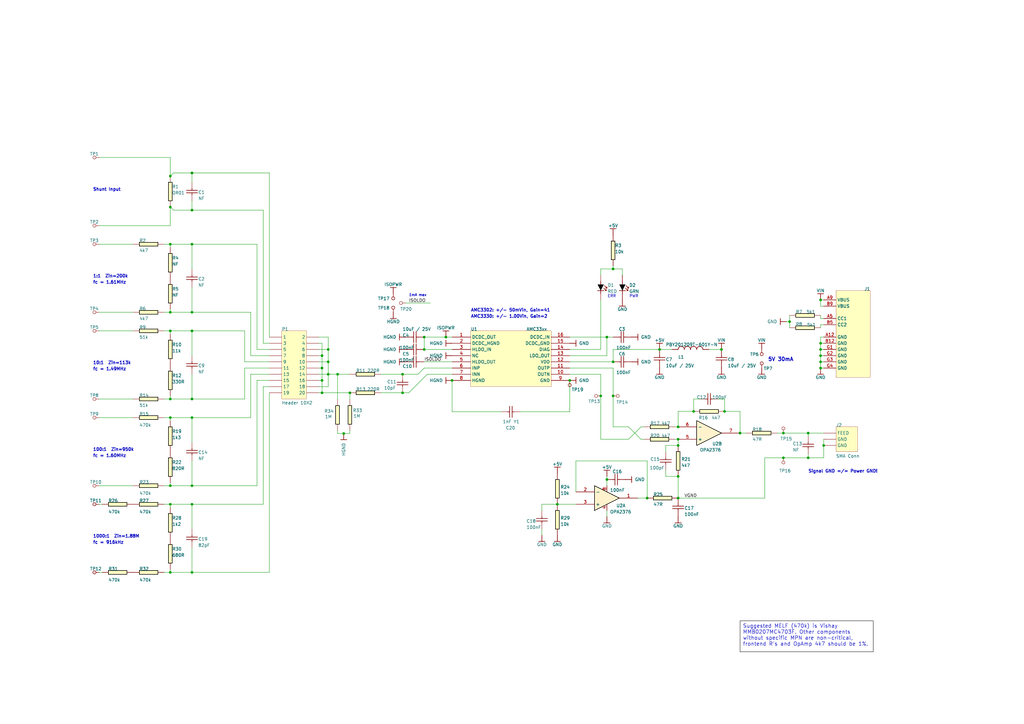
<source format=kicad_sch>
(kicad_sch (version 20231120) (generator "eeschema") (generator_version "8.0")
  (paper "A3")
  (title_block (title "Isolated Differential Probe") (rev "B"))
  (junction (at 78.74 206.8322))
  (junction (at 78.74 163.6522))
  (junction (at 321.31 177.6222))
  (junction (at 69.85 163.6522))
  (junction (at 138.454 153.4922))
  (junction (at 284.48 168.7322))
  (junction (at 143.51 161.1122))
  (junction (at 69.85 135.7122))
  (junction (at 182.88 138.2522))
  (junction (at 278.13 180.1622))
  (junction (at 246.38 162.3822))
  (junction (at 78.74 70.9422))
  (junction (at 69.85 100.1522))
  (junction (at 251.46 148.4122))
  (junction (at 78.74 171.2722))
  (junction (at 140.97 177.8))
  (junction (at 278.13 204.2922))
  (junction (at 132.08 145.8722))
  (junction (at 303.53 177.6222))
  (junction (at 336.55 143.3322))
  (junction (at 233.68 156.0322))
  (junction (at 173.99 138.2522))
  (junction (at 331.47 177.6222))
  (junction (at 228.6 206.8322))
  (junction (at 69.85 171.2722))
  (junction (at 331.47 187.7822))
  (junction (at 69.85 199.2122))
  (junction (at 165.1 153.4922))
  (junction (at 323.85 131.9022))
  (junction (at 336.55 150.9522))
  (junction (at 78.74 128.0922))
  (junction (at 78.74 234.7722))
  (junction (at 278.13 195.4022))
  (junction (at 132.08 156.0322))
  (junction (at 336.55 148.4122))
  (junction (at 173.99 143.3322))
  (junction (at 134.62 143.3322))
  (junction (at 69.85 84.9122))
  (junction (at 336.55 145.8722))
  (junction (at 278.13 182.7022))
  (junction (at 78.74 135.7122))
  (junction (at 134.62 148.4122))
  (junction (at 78.74 86.1822))
  (junction (at 165.1 161.1122))
  (junction (at 251.46 162.3822))
  (junction (at 295.91 143.3322))
  (junction (at 69.85 72.2122))
  (junction (at 78.74 199.2122))
  (junction (at 337.82 182.7022))
  (junction (at 336.55 123.0122))
  (junction (at 69.85 206.8322))
  (junction (at 248.92 196.6722))
  (junction (at 132.08 161.1122))
  (junction (at 265.43 204.2922))
  (junction (at 336.55 140.7922))
  (junction (at 185.42 156.0322))
  (junction (at 69.85 234.7722))
  (junction (at 132.08 150.9522))
  (junction (at 69.85 128.0922))
  (junction (at 134.62 153.4922))
  (junction (at 78.74 100.1522))
  (junction (at 321.31 187.7822))
  (junction (at 297.18 168.7322))
  (junction (at 248.92 138.2522))
  (junction (at 251.46 110.3122))
  (junction (at 278.13 175.0822))
  (junction (at 270.51 143.3322))
  (wire (pts (xy 78.74 74.7522) (xy 78.74 70.9422)))
  (wire (pts (xy 132.08 161.1122) (xy 130.81 161.1122)))
  (wire (pts (xy 303.53 168.7322) (xy 303.53 177.6222)))
  (wire (pts (xy 102.87 128.0922) (xy 102.87 145.8722)))
  (wire (pts (xy 105.41 143.3322) (xy 105.41 100.1522)))
  (wire (pts (xy 69.85 199.2122) (xy 69.85 197.9422)))
  (wire (pts (xy 140.97 177.8) (xy 143.51 177.8)))
  (wire (pts (xy 78.74 82.3722) (xy 78.74 86.1822)))
  (wire (pts (xy 54.61 163.6522) (xy 40.64 163.6522)))
  (wire (pts (xy 40.64 100.1522) (xy 54.61 100.1522)))
  (wire (pts (xy 337.82 138.2522) (xy 336.55 138.2522)))
  (wire (pts (xy 134.62 153.4922) (xy 130.81 153.4922)))
  (wire (pts (xy 246.38 180.1622) (xy 246.38 162.3822)))
  (wire (pts (xy 165.1 161.1122) (xy 156.21 161.1122)))
  (wire (pts (xy 337.82 123.0122) (xy 336.55 123.0122)))
  (wire (pts (xy 262.89 180.1622) (xy 257.81 175.0822)))
  (wire (pts (xy 134.62 153.4922) (xy 134.62 158.5722)))
  (wire (pts (xy 175.26 153.4922) (xy 167.64 161.1122)))
  (wire (pts (xy 69.85 101.4222) (xy 69.85 100.1522)))
  (wire (pts (xy 336.55 130.6322) (xy 336.55 129.3622)))
  (wire (pts (xy 246.38 123.0122) (xy 246.38 143.3322)))
  (wire (pts (xy 185.42 150.9522) (xy 173.99 150.9522)))
  (wire (pts (xy 69.85 171.2722) (xy 78.74 171.2722)))
  (wire (pts (xy 105.41 100.1522) (xy 78.74 100.1522)))
  (wire (pts (xy 40.64 199.2122) (xy 54.61 199.2122)))
  (wire (pts (xy 323.85 129.3622) (xy 323.85 131.9022)))
  (wire (pts (xy 130.81 138.2522) (xy 134.62 138.2522)))
  (wire (pts (xy 248.92 138.2522) (xy 251.46 138.2522)))
  (wire (pts (xy 40.64 64.5922) (xy 69.85 64.5922)))
  (wire (pts (xy 297.18 163.6522) (xy 297.18 168.7322)))
  (wire (pts (xy 337.82 148.4122) (xy 336.55 148.4122)))
  (wire (pts (xy 222.25 206.8322) (xy 228.6 206.8322)))
  (wire (pts (xy 248.92 211.9122) (xy 248.92 209.3722)))
  (wire (pts (xy 236.22 189.0522) (xy 265.43 189.0522)))
  (wire (pts (xy 251.46 110.3122) (xy 246.38 110.3122)))
  (wire (pts (xy 40.64 135.7122) (xy 54.61 135.7122)))
  (wire (pts (xy 331.47 187.7822) (xy 321.31 187.7822)))
  (wire (pts (xy 110.49 140.7922) (xy 107.95 140.7922)))
  (wire (pts (xy 78.74 153.4922) (xy 78.74 163.6522)))
  (wire (pts (xy 130.81 140.7922) (xy 132.08 140.7922)))
  (wire (pts (xy 222.25 219.5322) (xy 222.25 216.9922)))
  (wire (pts (xy 336.55 143.3322) (xy 337.82 143.3322)))
  (wire (pts (xy 323.85 131.9022) (xy 323.85 134.4422)))
  (wire (pts (xy 134.62 153.4922) (xy 138.454 153.4922)))
  (wire (pts (xy 278.13 204.2922) (xy 278.13 195.4022)))
  (wire (pts (xy 69.85 234.7722) (xy 67.31 234.7722)))
  (wire (pts (xy 273.05 185.2422) (xy 273.05 182.7022)))
  (wire (pts (xy 105.41 156.0322) (xy 105.41 199.2122)))
  (wire (pts (xy 337.82 182.7022) (xy 337.82 187.7822)))
  (wire (pts (xy 132.08 156.0322) (xy 132.08 161.1122)))
  (wire (pts (xy 67.31 171.2722) (xy 69.85 171.2722)))
  (wire (pts (xy 134.62 148.4122) (xy 130.81 148.4122)))
  (wire (pts (xy 78.74 70.9422) (xy 71.12 70.9422)))
  (wire (pts (xy 265.43 204.2922) (xy 261.62 204.2922)))
  (wire (pts (xy 138.43 176.53) (xy 138.43 177.8)))
  (wire (pts (xy 262.89 175.0822) (xy 257.81 180.1622)))
  (wire (pts (xy 78.74 189.0522) (xy 78.74 199.2122)))
  (wire (pts (xy 257.81 180.1622) (xy 246.38 180.1622)))
  (wire (pts (xy 182.88 138.2522) (xy 173.99 138.2522)))
  (wire (pts (xy 132.08 145.8722) (xy 132.08 150.9522)))
  (wire (pts (xy 337.82 180.1622) (xy 337.82 182.7022)))
  (wire (pts (xy 132.08 150.9522) (xy 130.81 150.9522)))
  (wire (pts (xy 67.31 135.7122) (xy 69.85 135.7122)))
  (wire (pts (xy 255.27 110.3122) (xy 251.46 110.3122)))
  (wire (pts (xy 69.85 135.7122) (xy 78.74 135.7122)))
  (wire (pts (xy 171.45 153.4922) (xy 165.1 153.4922)))
  (wire (pts (xy 264.16 180.1622) (xy 262.89 180.1622)))
  (wire (pts (xy 100.33 148.4122) (xy 100.33 135.7122)))
  (wire (pts (xy 337.82 187.7822) (xy 331.47 187.7822)))
  (wire (pts (xy 100.33 150.9522) (xy 110.49 150.9522)))
  (wire (pts (xy 69.85 199.2122) (xy 67.31 199.2122)))
  (wire (pts (xy 110.49 148.4122) (xy 100.33 148.4122)))
  (wire (pts (xy 69.85 128.0922) (xy 69.85 126.8222)))
  (wire (pts (xy 78.74 171.2722) (xy 78.74 181.4322)))
  (wire (pts (xy 273.05 192.8622) (xy 273.05 195.4022)))
  (wire (pts (xy 251.46 162.3822) (xy 251.46 150.9522)))
  (wire (pts (xy 69.85 92.5322) (xy 69.85 84.9122)))
  (wire (pts (xy 69.85 234.7722) (xy 69.85 233.5022)))
  (wire (pts (xy 102.87 171.2722) (xy 78.74 171.2722)))
  (wire (pts (xy 236.22 206.8322) (xy 228.6 206.8322)))
  (wire (pts (xy 40.64 171.2722) (xy 54.61 171.2722)))
  (wire (pts (xy 185.42 156.0322) (xy 185.42 168.91)))
  (wire (pts (xy 107.95 86.1822) (xy 78.74 86.1822)))
  (wire (pts (xy 132.08 140.7922) (xy 132.08 145.8722)))
  (wire (pts (xy 321.31 187.7822) (xy 313.69 187.7822)))
  (wire (pts (xy 78.74 206.8322) (xy 78.74 216.9922)))
  (wire (pts (xy 102.87 153.4922) (xy 102.87 171.2722)))
  (wire (pts (xy 69.85 64.5922) (xy 69.85 72.2122)))
  (wire (pts (xy 246.38 110.3122) (xy 246.38 112.8522)))
  (wire (pts (xy 278.13 180.1622) (xy 278.13 182.7022)))
  (wire (pts (xy 337.82 125.5522) (xy 336.55 125.5522)))
  (wire (pts (xy 40.64 234.7722) (xy 41.91 234.7722)))
  (wire (pts (xy 337.82 130.6322) (xy 336.55 130.6322)))
  (wire (pts (xy 110.49 153.4922) (xy 102.87 153.4922)))
  (wire (pts (xy 110.49 138.2522) (xy 110.49 70.9422)))
  (wire (pts (xy 134.62 138.2522) (xy 134.62 143.3322)))
  (wire (pts (xy 248.92 199.2122) (xy 248.92 196.6722)))
  (wire (pts (xy 132.08 150.9522) (xy 132.08 156.0322)))
  (wire (pts (xy 331.47 186.5122) (xy 331.47 187.7822)))
  (wire (pts (xy 290.83 143.3322) (xy 295.91 143.3322)))
  (wire (pts (xy 132.08 156.0322) (xy 130.81 156.0322)))
  (wire (pts (xy 336.55 125.5522) (xy 336.55 123.0122)))
  (wire (pts (xy 251.46 143.3322) (xy 251.46 148.4122)))
  (wire (pts (xy 222.25 209.3722) (xy 222.25 206.8322)))
  (wire (pts (xy 336.55 140.7922) (xy 336.55 143.3322)))
  (wire (pts (xy 337.82 140.7922) (xy 336.55 140.7922)))
  (wire (pts (xy 297.18 168.7322) (xy 303.53 168.7322)))
  (wire (pts (xy 251.46 175.0822) (xy 251.46 162.3822)))
  (wire (pts (xy 78.74 163.6522) (xy 100.33 163.6522)))
  (wire (pts (xy 132.08 145.8722) (xy 130.81 145.8722)))
  (wire (pts (xy 71.12 86.1822) (xy 69.85 84.9122)))
  (wire (pts (xy 40.64 92.5322) (xy 69.85 92.5322)))
  (wire (pts (xy 185.42 148.4122) (xy 173.99 148.4122)))
  (wire (pts (xy 69.85 100.1522) (xy 78.74 100.1522)))
  (wire (pts (xy 251.46 110.3122) (xy 251.46 109.0422)))
  (wire (pts (xy 78.74 199.2122) (xy 69.85 199.2122)))
  (wire (pts (xy 100.33 163.6522) (xy 100.33 150.9522)))
  (wire (pts (xy 270.51 143.3322) (xy 251.46 143.3322)))
  (wire (pts (xy 336.55 133.1722) (xy 336.55 134.4422)))
  (wire (pts (xy 105.41 199.2122) (xy 78.74 199.2122)))
  (wire (pts (xy 69.85 163.6522) (xy 69.85 162.3822)))
  (wire (pts (xy 134.62 143.3322) (xy 134.62 148.4122)))
  (wire (pts (xy 138.43 177.8) (xy 140.97 177.8)))
  (wire (pts (xy 331.47 178.8922) (xy 331.47 177.6222)))
  (wire (pts (xy 284.48 163.6522) (xy 284.48 168.7322)))
  (wire (pts (xy 78.74 224.6122) (xy 78.74 234.7722)))
  (wire (pts (xy 110.49 234.7722) (xy 110.49 161.1122)))
  (wire (pts (xy 69.85 163.6522) (xy 67.31 163.6522)))
  (wire (pts (xy 248.92 138.2522) (xy 248.92 145.8722)))
  (wire (pts (xy 336.55 145.8722) (xy 336.55 148.4122)))
  (wire (pts (xy 54.61 128.0922) (xy 40.64 128.0922)))
  (wire (pts (xy 78.74 234.7722) (xy 110.49 234.7722)))
  (wire (pts (xy 107.95 206.8322) (xy 78.74 206.8322)))
  (wire (pts (xy 318.77 177.6222) (xy 321.31 177.6222)))
  (wire (pts (xy 313.69 204.2922) (xy 278.13 204.2922)))
  (wire (pts (xy 336.55 148.4122) (xy 336.55 150.9522)))
  (wire (pts (xy 173.99 143.3322) (xy 185.42 143.3322)))
  (wire (pts (xy 78.74 163.6522) (xy 69.85 163.6522)))
  (wire (pts (xy 313.69 187.7822) (xy 313.69 204.2922)))
  (wire (pts (xy 185.42 168.91) (xy 205.74 168.91)))
  (wire (pts (xy 173.99 143.3322) (xy 173.99 138.2522)))
  (wire (pts (xy 78.74 128.0922) (xy 102.87 128.0922)))
  (wire (pts (xy 67.31 206.8322) (xy 69.85 206.8322)))
  (wire (pts (xy 110.49 156.0322) (xy 105.41 156.0322)))
  (wire (pts (xy 134.62 143.3322) (xy 130.81 143.3322)))
  (wire (pts (xy 110.49 143.3322) (xy 105.41 143.3322)))
  (wire (pts (xy 336.55 138.2522) (xy 336.55 140.7922)))
  (wire (pts (xy 69.85 206.8322) (xy 78.74 206.8322)))
  (wire (pts (xy 67.31 100.1522) (xy 69.85 100.1522)))
  (wire (pts (xy 276.86 175.0822) (xy 278.13 175.0822)))
  (wire (pts (xy 275.59 143.3322) (xy 270.51 143.3322)))
  (wire (pts (xy 185.42 153.4922) (xy 175.26 153.4922)))
  (wire (pts (xy 107.95 140.7922) (xy 107.95 86.1822)))
  (wire (pts (xy 102.87 145.8722) (xy 110.49 145.8722)))
  (wire (pts (xy 110.49 158.5722) (xy 107.95 158.5722)))
  (wire (pts (xy 336.55 143.3322) (xy 336.55 145.8722)))
  (wire (pts (xy 303.53 177.6222) (xy 306.07 177.6222)))
  (wire (pts (xy 276.86 180.1622) (xy 278.13 180.1622)))
  (wire (pts (xy 233.68 156.0322) (xy 233.68 168.91)))
  (wire (pts (xy 78.74 100.1522) (xy 78.74 110.3122)))
  (wire (pts (xy 165.1 153.4922) (xy 156.21 153.4922)))
  (wire (pts (xy 143.51 161.1122) (xy 132.08 161.1122)))
  (wire (pts (xy 248.92 196.6722) (xy 248.92 195.4022)))
  (wire (pts (xy 69.85 136.9822) (xy 69.85 135.7122)))
  (wire (pts (xy 78.74 234.7722) (xy 69.85 234.7722)))
  (wire (pts (xy 213.36 168.91) (xy 233.68 168.91)))
  (wire (pts (xy 41.91 206.8322) (xy 40.64 206.8322)))
  (wire (pts (xy 265.43 189.0522) (xy 265.43 204.2922)))
  (wire (pts (xy 78.74 117.9322) (xy 78.74 128.0922)))
  (wire (pts (xy 185.42 138.2522) (xy 182.88 138.2522)))
  (wire (pts (xy 337.82 150.9522) (xy 336.55 150.9522)))
  (wire (pts (xy 248.92 145.8722) (xy 233.68 145.8722)))
  (wire (pts (xy 78.74 135.7122) (xy 78.74 145.8722)))
  (wire (pts (xy 246.38 153.4922) (xy 233.68 153.4922)))
  (wire (pts (xy 69.85 172.5422) (xy 69.85 171.2722)))
  (wire (pts (xy 251.46 148.4122) (xy 233.68 148.4122)))
  (wire (pts (xy 273.05 195.4022) (xy 278.13 195.4022)))
  (wire (pts (xy 69.85 208.1022) (xy 69.85 206.8322)))
  (wire (pts (xy 323.85 131.9022) (xy 322.58 131.9022)))
  (wire (pts (xy 246.38 143.3322) (xy 233.68 143.3322)))
  (wire (pts (xy 246.38 162.3822) (xy 246.38 153.4922)))
  (wire (pts (xy 138.454 153.4922) (xy 143.51 153.4922)))
  (wire (pts (xy 257.81 175.0822) (xy 251.46 175.0822)))
  (wire (pts (xy 78.74 128.0922) (xy 69.85 128.0922)))
  (wire (pts (xy 138.43 153.5162) (xy 138.454 153.4922)))
  (wire (pts (xy 134.62 148.4122) (xy 134.62 153.4922)))
  (wire (pts (xy 138.43 163.83) (xy 138.43 153.5162)))
  (wire (pts (xy 278.13 175.0822) (xy 278.13 168.7322)))
  (wire (pts (xy 337.82 133.1722) (xy 336.55 133.1722)))
  (wire (pts (xy 264.16 175.0822) (xy 262.89 175.0822)))
  (wire (pts (xy 78.74 86.1822) (xy 71.12 86.1822)))
  (wire (pts (xy 134.62 158.5722) (xy 130.81 158.5722)))
  (wire (pts (xy 143.51 176.53) (xy 143.51 177.8)))
  (wire (pts (xy 331.47 177.6222) (xy 337.82 177.6222)))
  (wire (pts (xy 273.05 182.7022) (xy 278.13 182.7022)))
  (wire (pts (xy 71.12 70.9422) (xy 69.85 72.2122)))
  (wire (pts (xy 248.92 138.2522) (xy 233.68 138.2522)))
  (wire (pts (xy 321.31 177.6222) (xy 331.47 177.6222)))
  (wire (pts (xy 173.99 150.9522) (xy 171.45 153.4922)))
  (wire (pts (xy 287.02 163.6522) (xy 284.48 163.6522)))
  (wire (pts (xy 337.82 145.8722) (xy 336.55 145.8722)))
  (wire (pts (xy 251.46 150.9522) (xy 233.68 150.9522)))
  (wire (pts (xy 69.85 128.0922) (xy 67.31 128.0922)))
  (wire (pts (xy 110.49 70.9422) (xy 78.74 70.9422)))
  (wire (pts (xy 107.95 158.5722) (xy 107.95 206.8322)))
  (wire (pts (xy 166.37 124.2822) (xy 176.53 124.2822)))
  (wire (pts (xy 100.33 135.7122) (xy 78.74 135.7122)))
  (wire (pts (xy 167.64 161.1122) (xy 165.1 161.1122)))
  (wire (pts (xy 278.13 168.7322) (xy 284.48 168.7322)))
  (wire (pts (xy 255.27 112.8522) (xy 255.27 110.3122)))
  (wire (pts (xy 236.22 201.7522) (xy 236.22 189.0522)))
  (wire (pts (xy 294.64 163.6522) (xy 297.18 163.6522)))
  (wire (pts (xy 143.51 161.1122) (xy 143.51 163.83)))
  (text_box "Suggested MELF (470k) is Vishay MMB0207MC4703F. Other components without specific MPN are non-critical, frontend R's and OpAmp 4k7 should be 1%." (at 303.53 254.635 0) (size 54.61 12.7) (stroke (width 0) (color 0 0 0 1)) (effects (font (size 1.524 1.524)) (justify left top)))
  (text "AMC3330: +/- 1.00Vin, Gain=2" (at 193.04 130.6322 0) (effects (font (size 1.27 1.27) (bold yes)) (justify left bottom)))
  (text "fc = 1.61MHz" (at 38.1 116.6622 0) (effects (font (size 1.27 1.27) (bold yes)) (justify left bottom)))
  (text "5V 30mA" (at 314.96 148.4122 0) (effects (font (size 1.524 1.524) (bold yes)) (justify left bottom)))
  (text "1000:1  Zin=1.88M" (at 38.1 220.8022 0) (effects (font (size 1.27 1.27) (bold yes)) (justify left bottom)))
  (text "fc = 1.49MHz" (at 38.1 152.2222 0) (effects (font (size 1.27 1.27) (bold yes)) (justify left bottom)))
  (text "100:1  Zin=950k" (at 38.1 185.2422 0) (effects (font (size 1.27 1.27) (bold yes)) (justify left bottom)))
  (text "fc = 916kHz" (at 38.1 223.3422 0) (effects (font (size 1.27 1.27) (bold yes)) (justify left bottom)))
  (text "fc = 1.60MHz" (at 38.1 187.7822 0) (effects (font (size 1.27 1.27) (bold yes)) (justify left bottom)))
  (text "10:1  Zin=113k" (at 38.1 149.6822 0) (effects (font (size 1.27 1.27) (bold yes)) (justify left bottom)))
  (text "Shunt Input" (at 38.1 78.5622 0) (effects (font (size 1.27 1.27) (bold yes)) (justify left bottom)))
  (text "Signal GND =/= Power GND!" (at 331.47 194.1322 0) (effects (font (size 1.27 1.27) (bold yes)) (justify left bottom)))
  (text "PWR" (at 258.064 122.2502 0) (effects (font (size 1.143 1.143)) (justify left bottom)))
  (text "AMC3302: +/- 50mVin, Gain=41" (at 193.04 128.0922 0) (effects (font (size 1.27 1.27) (bold yes)) (justify left bottom)))
  (text "1:1  Zin=200k" (at 38.1 114.1222 0) (effects (font (size 1.27 1.27) (bold yes)) (justify left bottom)))
  (text "ERR" (at 249.174 122.2502 0) (effects (font (size 1.143 1.143)) (justify left bottom)))
  (text "1mA max" (at 167.64 121.7422 0) (effects (font (size 1.016 1.016) (bold yes) (italic yes)) (justify left bottom)))
  (label "ISOLDO" (at 173.99 148.4122 0))
  (label "ISOLDO" (at 167.64 124.2822 0))
  (label "VGND" (at 280.67 204.2922 0))
  (symbol (lib_id "IsoDiffProbe-altium-import:root_0_mirrored_CAP-STD-SM") (at 224.79 211.9122 0) (unit 1)
    (property "Reference" "C18" (at 215.9 214.4522 0) (effects (justify left bottom)))
    (property "Value" "100nF" (at 215.9 216.9922 0) (effects (justify left bottom)))
    (property "Footprint" "NixieClock_RevA.PcbLib:0603" (effects (hide yes)))
    (property "Description" "Capacitor - S/M" (effects (hide yes)))
  )
  (symbol (lib_id "IsoDiffProbe-altium-import:root_1_mirrored_CAP-STD-SM") (at 171.45 150.9522 0) (unit 1)
    (property "Reference" "C10" (at 165.1 150.9522 0) (effects (justify left bottom)))
    (property "Value" "100nF" (at 163.83 148.4122 0) (effects (justify left bottom)))
    (property "Footprint" "NixieClock_RevA.PcbLib:0603" (effects (hide yes)))
    (property "Description" "Capacitor - S/M" (effects (hide yes)))
  )
  (symbol (lib_id "IsoDiffProbe-altium-import:root_2_RES-SM") (at 274.32 182.7022 0) (unit 1)
    (property "Reference" "R20" (at 266.7 179.4002 0) (effects (justify left bottom)))
    (property "Value" "4k7" (at 271.272 179.4002 0) (effects (justify left bottom)))
    (property "Footprint" "NixieClock_RevA.PcbLib:0603" (effects (hide yes)))
    (property "Description" "Resistor - S/M" (effects (hide yes)))
  )
  (symbol (lib_id "IsoDiffProbe-altium-import:root_3_RES-SM") (at 72.39 210.6422 0) (unit 1)
    (property "Reference" "R28" (at 70.612 213.1822 0) (effects (justify left bottom)))
    (property "Value" "1k2" (at 70.612 215.7222 0) (effects (justify left bottom)))
    (property "Footprint" "NixieClock_RevA.PcbLib:0603" (effects (hide yes)))
    (property "Description" "Resistor - S/M" (effects (hide yes)))
  )
  (symbol (lib_id "IsoDiffProbe-altium-import:root_0_RES-SM") (at 57.15 125.5522 0) (unit 1)
    (property "Reference" "R6" (at 57.15 127.3302 0) (effects (justify left bottom)))
    (property "Value" "4k7" (at 57.15 131.3942 0) (effects (justify left bottom)))
    (property "Footprint" "NixieClock_RevA.PcbLib:1206" (effects (hide yes)))
    (property "Description" "Resistor - S/M" (effects (hide yes)))
  )
  (symbol (lib_id "IsoDiffProbe-altium-import:root_2_RES-SM") (at 153.67 156.0322 0) (unit 1)
    (property "Reference" "R11" (at 146.05 152.7302 0) (effects (justify left bottom)))
    (property "Value" "220R" (at 150.622 152.7302 0) (effects (justify left bottom)))
    (property "Footprint" "NixieClock_RevA.PcbLib:0603" (effects (hide yes)))
    (property "Description" "Resistor - S/M" (effects (hide yes)))
  )
  (symbol (lib_id "IsoDiffProbe-altium-import:root_0_TP") (at 38.1 128.0922 0) (unit 1)
    (property "Reference" "TP4" (at 36.83 127.3302 0) (effects (justify left bottom)))
    (property "Value" "Test Point" (effects (hide yes)))
    (property "Footprint" "TP" (effects (hide yes)))
    (property "Description" "Pad for Test Point" (effects (hide yes)))
  )
  (symbol (lib_id "IsoDiffProbe-altium-import:root_0_AMC330X") (at 209.55 147.1422 0) (unit 1)
    (property "Reference" "U1" (at 193.04 135.7122 0) (effects (justify left bottom)))
    (property "Value" "AMC33xx" (at 215.9 135.7122 0) (effects (justify left bottom)))
    (property "Footprint" "DW0016B" (effects (hide yes)))
    (property "Description" "Isolated differential analog sensor" (effects (hide yes)))
  )
  (symbol (lib_id "IsoDiffProbe-altium-import:+5V_BAR") (at 248.92 195.4022 180) (unit 1)
    (property "Reference" "#PWR?" (effects (hide yes)))
    (property "Value" "+5V" (at 248.92 191.5922 0))
  )
  (symbol (lib_id "IsoDiffProbe-altium-import:root_1_mirrored_CAP-STD-SM") (at 171.45 145.8722 0) (unit 1)
    (property "Reference" "C5" (at 165.1 145.8722 0) (effects (justify left bottom)))
    (property "Value" "100nF" (at 163.83 143.3322 0) (effects (justify left bottom)))
    (property "Footprint" "NixieClock_RevA.PcbLib:0603" (effects (hide yes)))
    (property "Description" "Capacitor - S/M" (effects (hide yes)))
  )
  (symbol (lib_id "IsoDiffProbe-altium-import:root_0_PBY201209T-601Y-N") (at 278.13 140.7922 0) (unit 1)
    (property "Reference" "L1" (at 278.13 147.1422 0) (effects (justify left bottom)))
    (property "Value" "PBY201209T-601Y-N" (at 273.05 142.0622 0) (effects (justify left bottom)))
    (property "Footprint" "0805_Rounded" (effects (hide yes)))
    (property "Description" "Ferrite Bead WE-CBF, Z = 600 Ohm" (effects (hide yes)))
  )
  (symbol (lib_id "IsoDiffProbe-altium-import:root_0_CAP-STD-SM") (at 76.2 219.5322 0) (unit 1)
    (property "Reference" "C19" (at 81.28 221.8182 0) (effects (justify left bottom)))
    (property "Value" "82pF" (at 81.28 224.3582 0) (effects (justify left bottom)))
    (property "Footprint" "NixieClock_RevA.PcbLib:0603" (effects (hide yes)))
    (property "Description" "Capacitor - S/M" (effects (hide yes)))
  )
  (symbol (lib_id "IsoDiffProbe-altium-import:root_0_mirrored_CAP-STD-SM") (at 334.01 181.4322 0) (unit 1)
    (property "Reference" "C13" (at 325.12 182.7022 0) (effects (justify left bottom)))
    (property "Value" "NF" (at 325.12 185.2422 0) (effects (justify left bottom)))
    (property "Footprint" "NixieClock_RevA.PcbLib:0603" (effects (hide yes)))
    (property "Description" "Capacitor - S/M" (effects (hide yes)))
  )
  (symbol (lib_id "IsoDiffProbe-altium-import:GND_BAR") (at 255.27 123.0122 0) (unit 1)
    (property "Reference" "#PWR?" (effects (hide yes)))
    (property "Value" "GND" (at 255.27 126.8222 0))
  )
  (symbol (lib_id "IsoDiffProbe-altium-import:root_0_CAP-STD-SM") (at 76.2 77.2922 0) (unit 1)
    (property "Reference" "C1" (at 81.28 79.5782 0) (effects (justify left bottom)))
    (property "Value" "NF" (at 81.28 82.1182 0) (effects (justify left bottom)))
    (property "Footprint" "NixieClock_RevA.PcbLib:0603" (effects (hide yes)))
    (property "Description" "Capacitor - S/M" (effects (hide yes)))
  )
  (symbol (lib_id "IsoDiffProbe-altium-import:root_1_mirrored_TP") (at 321.31 190.3222 0) (unit 1)
    (property "Reference" "TP16" (at 319.532 193.802 0) (effects (justify left bottom)))
    (property "Value" "Test Point" (effects (hide yes)))
    (property "Footprint" "TP" (effects (hide yes)))
    (property "Description" "Pad for Test Point" (effects (hide yes)))
  )
  (symbol (lib_id "IsoDiffProbe-altium-import:root_0_Header 10X2") (at 115.57 135.7122 0) (unit 1)
    (property "Reference" "P1" (at 115.57 135.7122 0) (effects (justify left bottom)))
    (property "Value" "Header 10X2" (at 115.57 165.9382 0) (effects (justify left bottom)))
    (property "Footprint" "IDC20" (effects (hide yes)))
    (property "Description" "Header, 10-Pin, Dual row" (effects (hide yes)))
  )
  (symbol (lib_id "IsoDiffProbe-altium-import:root_0_TP") (at 38.1 100.1522 0) (unit 1)
    (property "Reference" "TP3" (at 36.83 99.3902 0) (effects (justify left bottom)))
    (property "Value" "Test Point" (effects (hide yes)))
    (property "Footprint" "TP" (effects (hide yes)))
    (property "Description" "Pad for Test Point" (effects (hide yes)))
  )
  (symbol (lib_id "IsoDiffProbe-altium-import:root_0_SMA_SMD") (at 346.71 181.4322 0) (unit 1)
    (property "Reference" "J2" (at 342.9 175.0822 0) (effects (justify left bottom)))
    (property "Value" "SMA Conn" (at 342.9 187.7822 0) (effects (justify left bottom)))
    (property "Footprint" "SMA_SMD" (effects (hide yes)))
    (property "Description" "SMA connector, mid-mount" (effects (hide yes)))
  )
  (symbol (lib_id "IsoDiffProbe-altium-import:GND_BAR") (at 233.68 140.7922 90) (unit 1)
    (property "Reference" "#PWR?" (effects (hide yes)))
    (property "Value" "GND" (at 237.49 140.7922 90) (effects (justify right)))
  )
  (symbol (lib_id "IsoDiffProbe-altium-import:root_3_LED") (at 246.38 117.9322 0) (unit 1)
    (property "Reference" "D1" (at 249.174 117.6782 0) (effects (justify left bottom)))
    (property "Value" "RED" (at 249.174 120.2182 0) (effects (justify left bottom)))
    (property "Footprint" "LED-0603" (effects (hide yes)))
  )
  (symbol (lib_id "IsoDiffProbe-altium-import:root_3_TP") (at 321.31 175.0822 0) (unit 1)
    (property "Reference" "TP15" (at 320.04 180.6702 0) (effects (justify left bottom)))
    (property "Value" "Test Point" (effects (hide yes)))
    (property "Footprint" "TP" (effects (hide yes)))
    (property "Description" "Pad for Test Point" (effects (hide yes)))
  )
  (symbol (lib_id "IsoDiffProbe-altium-import:root_2_RES-SM") (at 140.97 166.37 90) (unit 1)
    (property "Reference" "R34" (at 136.906 167.894 90) (effects (justify left bottom)))
    (property "Value" "1M" (at 136.144 170.18 90) (effects (justify left bottom)))
    (property "Footprint" "NixieClock_RevA.PcbLib:0603" (effects (hide yes)))
    (property "Description" "Resistor - S/M" (effects (hide yes)))
  )
  (symbol (lib_id "IsoDiffProbe-altium-import:root_2_RES-SM") (at 275.59 206.8322 0) (unit 1)
    (property "Reference" "R25" (at 267.97 203.5302 0) (effects (justify left bottom)))
    (property "Value" "47R" (at 267.97 207.5942 0) (effects (justify left bottom)))
    (property "Footprint" "NixieClock_RevA.PcbLib:0603" (effects (hide yes)))
    (property "Description" "Resistor - S/M" (effects (hide yes)))
  )
  (symbol (lib_id "IsoDiffProbe-altium-import:VIN_BAR") (at 336.55 123.0122 180) (unit 1)
    (property "Reference" "#PWR?" (effects (hide yes)))
    (property "Value" "VIN" (at 336.55 119.2022 0))
  )
  (symbol (lib_id "IsoDiffProbe-altium-import:HGND_BAR") (at 166.37 148.4122 270) (unit 1)
    (property "Reference" "#PWR?" (effects (hide yes)))
    (property "Value" "HGND" (at 162.56 148.4122 90) (effects (justify right)))
  )
  (symbol (lib_id "IsoDiffProbe-altium-import:root_0_TP") (at 38.1 206.8322 0) (unit 1)
    (property "Reference" "TP11" (at 36.83 206.0702 0) (effects (justify left bottom)))
    (property "Value" "Test Point" (effects (hide yes)))
    (property "Footprint" "TP" (effects (hide yes)))
    (property "Description" "Pad for Test Point" (effects (hide yes)))
  )
  (symbol (lib_id "IsoDiffProbe-altium-import:root_2_mirrored_ResSMD") (at 44.45 237.3122 0) (unit 1)
    (property "Reference" "R31" (at 44.45 234.0102 0) (effects (justify left bottom)))
    (property "Value" "470k" (at 44.45 238.5822 0) (effects (justify left bottom)))
    (property "Footprint" "E General.PcbLib:MMB0207" (effects (hide yes)))
    (property "Description" "Resistor SMD" (effects (hide yes)))
  )
  (symbol (lib_id "IsoDiffProbe-altium-import:root_0_mirrored_CAP-STD-SM") (at 280.67 206.8322 0) (unit 1)
    (property "Reference" "C17" (at 280.67 209.1182 0) (effects (justify left bottom)))
    (property "Value" "100nF" (at 280.67 211.6582 0) (effects (justify left bottom)))
    (property "Footprint" "NixieClock_RevA.PcbLib:0603" (effects (hide yes)))
    (property "Description" "Capacitor - S/M" (effects (hide yes)))
  )
  (symbol (lib_id "IsoDiffProbe-altium-import:root_0_CAP-STD-SM") (at 76.2 183.9722 0) (unit 1)
    (property "Reference" "C14" (at 81.28 186.2582 0) (effects (justify left bottom)))
    (property "Value" "NF" (at 81.28 188.7982 0) (effects (justify left bottom)))
    (property "Footprint" "NixieClock_RevA.PcbLib:0603" (effects (hide yes)))
    (property "Description" "Capacitor - S/M" (effects (hide yes)))
  )
  (symbol (lib_id "IsoDiffProbe-altium-import:root_1_mirrored_CAP-STD-SM") (at 256.54 140.7922 0) (unit 1)
    (property "Reference" "C3" (at 253.746 135.7122 0) (effects (justify left bottom)))
    (property "Value" "100nF" (at 252.73 143.3322 0) (effects (justify left bottom)))
    (property "Footprint" "NixieClock_RevA.PcbLib:0603" (effects (hide yes)))
    (property "Description" "Capacitor - S/M" (effects (hide yes)))
  )
  (symbol (lib_id "IsoDiffProbe-altium-import:root_2_TP") (at 254 162.3822 0) (unit 1)
    (property "Reference" "TP14" (at 252.73 165.6842 0) (effects (justify left bottom)))
    (property "Value" "Test Point" (effects (hide yes)))
    (property "Footprint" "TP" (effects (hide yes)))
    (property "Description" "Pad for Test Point" (effects (hide yes)))
  )
  (symbol (lib_id "IsoDiffProbe-altium-import:root_3_RES-SM") (at 280.67 185.2422 0) (unit 1)
    (property "Reference" "R21" (at 279.4 189.0522 0) (effects (justify left bottom)))
    (property "Value" "4k7" (at 279.4 191.5922 0) (effects (justify left bottom)))
    (property "Footprint" "NixieClock_RevA.PcbLib:0603" (effects (hide yes)))
    (property "Description" "Resistor - S/M" (effects (hide yes)))
  )
  (symbol (lib_id "IsoDiffProbe-altium-import:GND_BAR") (at 248.92 211.9122 0) (unit 1)
    (property "Reference" "#PWR?" (effects (hide yes)))
    (property "Value" "GND" (at 248.92 215.7222 0))
  )
  (symbol (lib_id "IsoDiffProbe-altium-import:root_2_RES-SM") (at 153.67 163.6522 0) (unit 1)
    (property "Reference" "R13" (at 146.05 160.3502 0) (effects (justify left bottom)))
    (property "Value" "220R" (at 150.622 160.3502 0) (effects (justify left bottom)))
    (property "Footprint" "NixieClock_RevA.PcbLib:0603" (effects (hide yes)))
    (property "Description" "Resistor - S/M" (effects (hide yes)))
  )
  (symbol (lib_id "IsoDiffProbe-altium-import:root_3_RES-SM") (at 72.39 116.6622 0) (unit 1)
    (property "Reference" "R5" (at 70.612 119.2022 0) (effects (justify left bottom)))
    (property "Value" "NF" (at 70.612 121.7422 0) (effects (justify left bottom)))
    (property "Footprint" "NixieClock_RevA.PcbLib:0603" (effects (hide yes)))
    (property "Description" "Resistor - S/M" (effects (hide yes)))
  )
  (symbol (lib_id "IsoDiffProbe-altium-import:VIN_BAR") (at 295.91 143.3322 180) (unit 1)
    (property "Reference" "#PWR?" (effects (hide yes)))
    (property "Value" "VIN" (at 295.91 139.5222 0))
  )
  (symbol (lib_id "IsoDiffProbe-altium-import:VIN_BAR") (at 312.42 143.3322 180) (unit 1)
    (property "Reference" "#PWR?" (effects (hide yes)))
    (property "Value" "VIN" (at 312.42 139.5222 0))
  )
  (symbol (lib_id "IsoDiffProbe-altium-import:root_3_mirrored_CAP-STD-SM") (at 251.46 194.1322 0) (unit 1)
    (property "Reference" "C16" (at 251.206 194.1322 0) (effects (justify left bottom)))
    (property "Value" "100nF" (at 250.19 201.7522 0) (effects (justify left bottom)))
    (property "Footprint" "NixieClock_RevA.PcbLib:0603" (effects (hide yes)))
    (property "Description" "Capacitor - S/M" (effects (hide yes)))
  )
  (symbol (lib_id "IsoDiffProbe-altium-import:+5V_BAR") (at 270.51 143.3322 180) (unit 1)
    (property "Reference" "#PWR?" (effects (hide yes)))
    (property "Value" "+5V" (at 270.51 139.5222 0))
  )
  (symbol (lib_id "IsoDiffProbe-altium-import:+5V_BAR") (at 228.6 194.1322 180) (unit 1)
    (property "Reference" "#PWR?" (effects (hide yes)))
    (property "Value" "+5V" (at 228.6 190.3222 0))
  )
  (symbol (lib_id "IsoDiffProbe-altium-import:root_1_mirrored_CAP-STD-SM") (at 256.54 150.9522 0) (unit 1)
    (property "Reference" "C6" (at 253.746 145.8722 0) (effects (justify left bottom)))
    (property "Value" "100nF" (at 252.73 153.4922 0) (effects (justify left bottom)))
    (property "Footprint" "NixieClock_RevA.PcbLib:0603" (effects (hide yes)))
    (property "Description" "Capacitor - S/M" (effects (hide yes)))
  )
  (symbol (lib_id "IsoDiffProbe-altium-import:HGND_BAR") (at 185.42 140.7922 270) (unit 1)
    (property "Reference" "#PWR?" (effects (hide yes)))
    (property "Value" "HGND" (at 181.61 140.7922 90) (effects (justify right)))
  )
  (symbol (lib_id "IsoDiffProbe-altium-import:root_0_TP") (at 38.1 92.5322 0) (unit 1)
    (property "Reference" "TP2" (at 36.83 91.7702 0) (effects (justify left bottom)))
    (property "Value" "Test Point" (effects (hide yes)))
    (property "Footprint" "TP" (effects (hide yes)))
    (property "Description" "Pad for Test Point" (effects (hide yes)))
  )
  (symbol (lib_id "IsoDiffProbe-altium-import:HGND_BAR") (at 161.29 128.0922 0) (unit 1)
    (property "Reference" "#PWR?" (effects (hide yes)))
    (property "Value" "HGND" (at 161.29 131.9022 0))
  )
  (symbol (lib_id "IsoDiffProbe-altium-import:root_1_RES-SM") (at 248.92 106.5022 0) (unit 1)
    (property "Reference" "R3" (at 252.222 101.4222 0) (effects (justify left bottom)))
    (property "Value" "10k" (at 252.222 103.9622 0) (effects (justify left bottom)))
    (property "Footprint" "NixieClock_RevA.PcbLib:0603" (effects (hide yes)))
    (property "Description" "Resistor - S/M" (effects (hide yes)))
  )
  (symbol (lib_id "IsoDiffProbe-altium-import:root_1_mirrored_TP") (at 161.29 123.0122 0) (unit 1)
    (property "Reference" "TP17" (at 154.94 123.19 0) (effects (justify left bottom)))
    (property "Value" "Test Point" (effects (hide yes)))
    (property "Footprint" "TP" (effects (hide yes)))
    (property "Description" "Pad for Test Point" (effects (hide yes)))
  )
  (symbol (lib_id "IsoDiffProbe-altium-import:GND_BAR") (at 312.42 150.9522 0) (unit 1)
    (property "Reference" "#PWR?" (effects (hide yes)))
    (property "Value" "GND" (at 312.42 154.7622 0))
  )
  (symbol (lib_id "IsoDiffProbe-altium-import:HGND_BAR") (at 140.97 177.8 0) (unit 1)
    (property "Reference" "#PWR01" (effects (hide yes)))
    (property "Value" "HGND" (at 140.97 181.61 90) (effects (justify right)))
  )
  (symbol (lib_id "IsoDiffProbe-altium-import:root_0_TP") (at 38.1 199.2122 0) (unit 1)
    (property "Reference" "TP10" (at 36.83 198.4502 0) (effects (justify left bottom)))
    (property "Value" "Test Point" (effects (hide yes)))
    (property "Footprint" "TP" (effects (hide yes)))
    (property "Description" "Pad for Test Point" (effects (hide yes)))
  )
  (symbol (lib_id "IsoDiffProbe-altium-import:root_1_mirrored_TP") (at 233.68 158.5722 0) (unit 1)
    (property "Reference" "TP19" (at 234.442 160.528 0) (effects (justify left bottom)))
    (property "Value" "Test Point" (effects (hide yes)))
    (property "Footprint" "TP" (effects (hide yes)))
    (property "Description" "Pad for Test Point" (effects (hide yes)))
  )
  (symbol (lib_id "IsoDiffProbe-altium-import:GND_BAR") (at 222.25 219.5322 0) (unit 1)
    (property "Reference" "#PWR?" (effects (hide yes)))
    (property "Value" "GND" (at 222.25 223.3422 0))
  )
  (symbol (lib_id "IsoDiffProbe-altium-import:root_0_RES-SM") (at 57.15 161.1122 0) (unit 1)
    (property "Reference" "R14" (at 57.15 162.8902 0) (effects (justify left bottom)))
    (property "Value" "51k" (at 57.15 166.9542 0) (effects (justify left bottom)))
    (property "Footprint" "NixieClock_RevA.PcbLib:1206" (effects (hide yes)))
    (property "Description" "Resistor - S/M" (effects (hide yes)))
  )
  (symbol (lib_id "IsoDiffProbe-altium-import:root_2_mirrored_ResSMD") (at 57.15 173.8122 0) (unit 1)
    (property "Reference" "R15" (at 57.15 170.5102 0) (effects (justify left bottom)))
    (property "Value" "470k" (at 57.15 175.0822 0) (effects (justify left bottom)))
    (property "Footprint" "E General.PcbLib:MMB0207" (effects (hide yes)))
    (property "Description" "Resistor SMD" (effects (hide yes)))
  )
  (symbol (lib_id "IsoDiffProbe-altium-import:GND_BAR") (at 228.6 219.5322 0) (unit 1)
    (property "Reference" "#PWR?" (effects (hide yes)))
    (property "Value" "GND" (at 228.6 223.3422 0))
  )
  (symbol (lib_id "IsoDiffProbe-altium-import:GND_BAR") (at 336.55 150.9522 0) (unit 1)
    (property "Reference" "#PWR?" (effects (hide yes)))
    (property "Value" "GND" (at 336.55 154.7622 0))
  )
  (symbol (lib_id "IsoDiffProbe-altium-import:root_1_TP") (at 312.42 145.8722 0) (unit 1)
    (property "Reference" "TP6" (at 307.594 146.05 0) (effects (justify left bottom)))
    (property "Value" "Test Point" (effects (hide yes)))
    (property "Footprint" "TP" (effects (hide yes)))
    (property "Description" "Pad for Test Point" (effects (hide yes)))
  )
  (symbol (lib_id "IsoDiffProbe-altium-import:HGND_BAR") (at 166.37 138.2522 270) (unit 1)
    (property "Reference" "#PWR?" (effects (hide yes)))
    (property "Value" "HGND" (at 162.56 138.2522 90) (effects (justify right)))
  )
  (symbol (lib_id "IsoDiffProbe-altium-import:root_0_CAP-STD-SM") (at 267.97 145.8722 0) (unit 1)
    (property "Reference" "C7" (at 273.05 148.1582 0) (effects (justify left bottom)))
    (property "Value" "10uF / 25V" (at 273.05 150.6982 0) (effects (justify left bottom)))
    (property "Footprint" "0805_cap_Rounded" (effects (hide yes)))
    (property "Description" "Capacitor - S/M" (effects (hide yes)))
  )
  (symbol (lib_id "IsoDiffProbe-altium-import:+5V_BAR") (at 251.46 96.3422 180) (unit 1)
    (property "Reference" "#PWR?" (effects (hide yes)))
    (property "Value" "+5V" (at 251.46 92.5322 0))
  )
  (symbol (lib_id "IsoDiffProbe-altium-import:root_0_mirrored_CAP-STD-SM") (at 208.28 166.37 90) (unit 1)
    (property "Reference" "C20" (at 211.328 174.752 90) (effects (justify left bottom)))
    (property "Value" "1nF Y1" (at 213.106 172.212 90) (effects (justify left bottom)))
    (property "Footprint" "NixieClock_RevA.PcbLib:0603" (effects (hide yes)))
    (property "Description" "Capacitor - S/M" (effects (hide yes)))
  )
  (symbol (lib_id "IsoDiffProbe-altium-import:root_2_mirrored_ResSMD") (at 57.15 201.7522 0) (unit 1)
    (property "Reference" "R23" (at 57.15 198.4502 0) (effects (justify left bottom)))
    (property "Value" "470k" (at 57.15 203.0222 0) (effects (justify left bottom)))
    (property "Footprint" "E General.PcbLib:MMB0207" (effects (hide yes)))
    (property "Description" "Resistor SMD" (effects (hide yes)))
  )
  (symbol (lib_id "IsoDiffProbe-altium-import:root_3_mirrored_TP") (at 161.29 125.5522 0) (unit 1)
    (property "Reference" "TP18" (at 154.94 127 0) (effects (justify left bottom)))
    (property "Value" "Test Point" (effects (hide yes)))
    (property "Footprint" "TP" (effects (hide yes)))
    (property "Description" "Pad for Test Point" (effects (hide yes)))
  )
  (symbol (lib_id "IsoDiffProbe-altium-import:GND_BAR") (at 278.13 211.9122 0) (unit 1)
    (property "Reference" "#PWR?" (effects (hide yes)))
    (property "Value" "GND" (at 278.13 215.7222 0))
  )
  (symbol (lib_id "IsoDiffProbe-altium-import:root_2_RES-SM") (at 316.23 180.1622 0) (unit 1)
    (property "Reference" "R18" (at 308.61 176.8602 0) (effects (justify left bottom)))
    (property "Value" "47R" (at 308.61 180.9242 0) (effects (justify left bottom)))
    (property "Footprint" "NixieClock_RevA.PcbLib:0603" (effects (hide yes)))
    (property "Description" "Resistor - S/M" (effects (hide yes)))
  )
  (symbol (lib_id "IsoDiffProbe-altium-import:root_3_RES-SM") (at 72.39 139.5222 0) (unit 1)
    (property "Reference" "R10" (at 70.612 142.0622 0) (effects (justify left bottom)))
    (property "Value" "11k" (at 70.612 144.6022 0) (effects (justify left bottom)))
    (property "Footprint" "NixieClock_RevA.PcbLib:0603" (effects (hide yes)))
    (property "Description" "Resistor - S/M" (effects (hide yes)))
  )
  (symbol (lib_id "IsoDiffProbe-altium-import:root_0_TP") (at 38.1 171.2722 0) (unit 1)
    (property "Reference" "TP9" (at 36.83 170.5102 0) (effects (justify left bottom)))
    (property "Value" "Test Point" (effects (hide yes)))
    (property "Footprint" "TP" (effects (hide yes)))
    (property "Description" "Pad for Test Point" (effects (hide yes)))
  )
  (symbol (lib_id "IsoDiffProbe-altium-import:root_3_RES-SM") (at 231.14 196.6722 0) (unit 1)
    (property "Reference" "R24" (at 229.87 200.4822 0) (effects (justify left bottom)))
    (property "Value" "10k" (at 229.87 203.0222 0) (effects (justify left bottom)))
    (property "Footprint" "NixieClock_RevA.PcbLib:0603" (effects (hide yes)))
    (property "Description" "Resistor - S/M" (effects (hide yes)))
  )
  (symbol (lib_id "IsoDiffProbe-altium-import:GND_BAR") (at 295.91 150.9522 0) (unit 1)
    (property "Reference" "#PWR?" (effects (hide yes)))
    (property "Value" "GND" (at 295.91 154.7622 0))
  )
  (symbol (lib_id "IsoDiffProbe-altium-import:root_3_TP") (at 312.42 148.4122 0) (unit 1)
    (property "Reference" "TP7" (at 313.182 151.892 0) (effects (justify left bottom)))
    (property "Value" "Test Point" (effects (hide yes)))
    (property "Footprint" "TP" (effects (hide yes)))
    (property "Description" "Pad for Test Point" (effects (hide yes)))
  )
  (symbol (lib_id "IsoDiffProbe-altium-import:root_2_mirrored_TP") (at 163.83 124.2822 0) (unit 1)
    (property "Reference" "TP20" (at 164.084 127.508 0) (effects (justify left bottom)))
    (property "Value" "Test Point" (effects (hide yes)))
    (property "Footprint" "TP" (effects (hide yes)))
    (property "Description" "Pad for Test Point" (effects (hide yes)))
  )
  (symbol (lib_id "IsoDiffProbe-altium-import:root_0_ResSMD") (at 326.39 131.9022 0) (unit 1)
    (property "Reference" "R8" (at 326.39 133.6802 0) (effects (justify left bottom)))
    (property "Value" "5k1" (at 330.962 133.9342 0) (effects (justify left bottom)))
    (property "Footprint" "NixieClock_RevA.PcbLib:0603" (effects (hide yes)))
    (property "Description" "Resistor SMD" (effects (hide yes)))
  )
  (symbol (lib_id "IsoDiffProbe-altium-import:root_2_mirrored_TP") (at 243.84 162.3822 0) (unit 1)
    (property "Reference" "TP13" (at 241.3 165.354 0) (effects (justify left bottom)))
    (property "Value" "Test Point" (effects (hide yes)))
    (property "Footprint" "TP" (effects (hide yes)))
    (property "Description" "Pad for Test Point" (effects (hide yes)))
  )
  (symbol (lib_id "IsoDiffProbe-altium-import:root_3_RES-SM") (at 72.39 152.2222 0) (unit 1)
    (property "Reference" "R12" (at 70.612 154.7622 0) (effects (justify left bottom)))
    (property "Value" "330R" (at 70.612 157.3022 0) (effects (justify left bottom)))
    (property "Footprint" "NixieClock_RevA.PcbLib:0603" (effects (hide yes)))
    (property "Description" "Resistor - S/M" (effects (hide yes)))
  )
  (symbol (lib_id "IsoDiffProbe-altium-import:root_0_TP") (at 38.1 135.7122 0) (unit 1)
    (property "Reference" "TP5" (at 36.83 134.9502 0) (effects (justify left bottom)))
    (property "Value" "Test Point" (effects (hide yes)))
    (property "Footprint" "TP" (effects (hide yes)))
    (property "Description" "Pad for Test Point" (effects (hide yes)))
  )
  (symbol (lib_id "IsoDiffProbe-altium-import:root_3_RES-SM") (at 72.39 223.3422 0) (unit 1)
    (property "Reference" "R30" (at 70.612 225.8822 0) (effects (justify left bottom)))
    (property "Value" "680R" (at 70.612 228.4222 0) (effects (justify left bottom)))
    (property "Footprint" "NixieClock_RevA.PcbLib:0603" (effects (hide yes)))
    (property "Description" "Resistor - S/M" (effects (hide yes)))
  )
  (symbol (lib_id "IsoDiffProbe-altium-import:root_0_TP") (at 38.1 234.7722 0) (unit 1)
    (property "Reference" "TP12" (at 36.83 234.0102 0) (effects (justify left bottom)))
    (property "Value" "Test Point" (effects (hide yes)))
    (property "Footprint" "TP" (effects (hide yes)))
    (property "Description" "Pad for Test Point" (effects (hide yes)))
  )
  (symbol (lib_id "IsoDiffProbe-altium-import:root_0_RES-SM") (at 57.15 133.1722 0) (unit 1)
    (property "Reference" "R9" (at 57.15 134.9502 0) (effects (justify left bottom)))
    (property "Value" "51k" (at 57.15 139.0142 0) (effects (justify left bottom)))
    (property "Footprint" "NixieClock_RevA.PcbLib:1206" (effects (hide yes)))
    (property "Description" "Resistor - S/M" (effects (hide yes)))
  )
  (symbol (lib_id "IsoDiffProbe-altium-import:root_0_TP") (at 38.1 163.6522 0) (unit 1)
    (property "Reference" "TP8" (at 36.83 162.8902 0) (effects (justify left bottom)))
    (property "Value" "Test Point" (effects (hide yes)))
    (property "Footprint" "TP" (effects (hide yes)))
    (property "Description" "Pad for Test Point" (effects (hide yes)))
  )
  (symbol (lib_id "IsoDiffProbe-altium-import:GND_BAR") (at 322.58 131.9022 270) (unit 1)
    (property "Reference" "#PWR?" (effects (hide yes)))
    (property "Value" "GND" (at 318.77 131.9022 90) (effects (justify right)))
  )
  (symbol (lib_id "IsoDiffProbe-altium-import:root_0_mirrored_USB-C_6pin") (at 350.52 136.9822 0) (unit 1)
    (property "Reference" "J1" (at 356.87 119.2022 0) (effects (justify right bottom)))
    (property "Value" "USB C 6-Pin" (effects (hide yes)))
    (property "Footprint" "USB-C_6pin_Conn" (effects (hide yes)))
    (property "Description" "USB Type C Receptacle Power Only (6 pin)" (effects (hide yes)))
  )
  (symbol (lib_id "IsoDiffProbe-altium-import:root_3_RES-SM") (at 72.39 187.7822 0) (unit 1)
    (property "Reference" "R22" (at 70.612 190.3222 0) (effects (justify left bottom)))
    (property "Value" "820R" (at 70.612 192.8622 0) (effects (justify left bottom)))
    (property "Footprint" "NixieClock_RevA.PcbLib:0603" (effects (hide yes)))
    (property "Description" "Resistor - S/M" (effects (hide yes)))
  )
  (symbol (lib_id "IsoDiffProbe-altium-import:root_3_LED") (at 255.27 117.9322 0) (unit 1)
    (property "Reference" "D2" (at 258.064 117.6782 0) (effects (justify left bottom)))
    (property "Value" "GRN" (at 258.064 120.2182 0) (effects (justify left bottom)))
    (property "Footprint" "LED-0603" (effects (hide yes)))
  )
  (symbol (lib_id "IsoDiffProbe-altium-import:HGND_BAR") (at 185.42 156.0322 270) (unit 1)
    (property "Reference" "#PWR?" (effects (hide yes)))
    (property "Value" "HGND" (at 181.61 156.0322 90) (effects (justify right)))
  )
  (symbol (lib_id "IsoDiffProbe-altium-import:root_1_CAP-STD-SM") (at 168.91 140.7922 0) (unit 1)
    (property "Reference" "C4" (at 165.1 138.2522 0) (effects (justify left bottom)))
    (property "Value" "10uF / 25V" (at 165.1 135.7122 0) (effects (justify left bottom)))
    (property "Footprint" "0805_cap_Rounded" (effects (hide yes)))
    (property "Description" "Capacitor - S/M" (effects (hide yes)))
  )
  (symbol (lib_id "IsoDiffProbe-altium-import:root_0_CAP-STD-SM") (at 76.2 112.8522 0) (unit 1)
    (property "Reference" "C2" (at 81.28 115.1382 0) (effects (justify left bottom)))
    (property "Value" "NF" (at 81.28 117.6782 0) (effects (justify left bottom)))
    (property "Footprint" "NixieClock_RevA.PcbLib:0603" (effects (hide yes)))
    (property "Description" "Capacitor - S/M" (effects (hide yes)))
  )
  (symbol (lib_id "IsoDiffProbe-altium-import:root_2_mirrored_ResSMD") (at 44.45 209.3722 0) (unit 1)
    (property "Reference" "R26" (at 44.45 206.0702 0) (effects (justify left bottom)))
    (property "Value" "470k" (at 44.45 210.6422 0) (effects (justify left bottom)))
    (property "Footprint" "E General.PcbLib:MMB0207" (effects (hide yes)))
    (property "Description" "Resistor SMD" (effects (hide yes)))
  )
  (symbol (lib_id "IsoDiffProbe-altium-import:HGND_BAR") (at 185.42 145.8722 270) (unit 1)
    (property "Reference" "#PWR?" (effects (hide yes)))
    (property "Value" "HGND" (at 181.61 145.8722 90) (effects (justify right)))
  )
  (symbol (lib_id "IsoDiffProbe-altium-import:GND_BAR") (at 259.08 148.4122 90) (unit 1)
    (property "Reference" "#PWR?" (effects (hide yes)))
    (property "Value" "GND" (at 262.89 148.4122 90) (effects (justify right)))
  )
  (symbol (lib_id "IsoDiffProbe-altium-import:ISOPWR_BAR") (at 182.88 138.2522 180) (unit 1)
    (property "Reference" "#PWR?" (effects (hide yes)))
    (property "Value" "ISOPWR" (at 182.88 134.4422 0))
  )
  (symbol (lib_id "IsoDiffProbe-altium-import:root_3_RES-SM") (at 72.39 103.9622 0) (unit 1)
    (property "Reference" "R4" (at 70.612 106.5022 0) (effects (justify left bottom)))
    (property "Value" "NF" (at 70.612 109.0422 0) (effects (justify left bottom)))
    (property "Footprint" "NixieClock_RevA.PcbLib:0603" (effects (hide yes)))
    (property "Description" "Resistor - S/M" (effects (hide yes)))
  )
  (symbol (lib_id "IsoDiffProbe-altium-import:GND_BAR") (at 233.68 156.0322 90) (unit 1)
    (property "Reference" "#PWR?" (effects (hide yes)))
    (property "Value" "GND" (at 237.49 156.0322 90) (effects (justify right)))
  )
  (symbol (lib_id "IsoDiffProbe-altium-import:root_0_RES-SM") (at 57.15 97.6122 0) (unit 1)
    (property "Reference" "R2" (at 57.15 99.3902 0) (effects (justify left bottom)))
    (property "Value" "4k7" (at 57.15 103.4542 0) (effects (justify left bottom)))
    (property "Footprint" "NixieClock_RevA.PcbLib:1206" (effects (hide yes)))
    (property "Description" "Resistor - S/M" (effects (hide yes)))
  )
  (symbol (lib_id "IsoDiffProbe-altium-import:root_3_mirrored_CAP-STD-SM") (at 289.56 161.1122 0) (unit 1)
    (property "Reference" "C12" (at 285.75 163.6522 0) (effects (justify left bottom)))
    (property "Value" "100pF" (at 292.1 163.6522 0) (effects (justify left bottom)))
    (property "Footprint" "NixieClock_RevA.PcbLib:0603" (effects (hide yes)))
    (property "Description" "Capacitor - S/M" (effects (hide yes)))
  )
  (symbol (lib_id "IsoDiffProbe-altium-import:root_2_mirrored_ResSMD") (at 57.15 237.3122 0) (unit 1)
    (property "Reference" "R32" (at 57.15 234.0102 0) (effects (justify left bottom)))
    (property "Value" "470k" (at 57.15 238.5822 0) (effects (justify left bottom)))
    (property "Footprint" "E General.PcbLib:MMB0207" (effects (hide yes)))
    (property "Description" "Resistor SMD" (effects (hide yes)))
  )
  (symbol (lib_id "IsoDiffProbe-altium-import:root_3_RES-SM") (at 72.39 175.0822 0) (unit 1)
    (property "Reference" "R19" (at 70.612 177.6222 0) (effects (justify left bottom)))
    (property "Value" "1k3" (at 70.612 180.1622 0) (effects (justify left bottom)))
    (property "Footprint" "NixieClock_RevA.PcbLib:0603" (effects (hide yes)))
    (property "Description" "Resistor - S/M" (effects (hide yes)))
  )
  (symbol (lib_id "IsoDiffProbe-altium-import:HGND_BAR") (at 166.37 143.3322 270) (unit 1)
    (property "Reference" "#PWR?" (effects (hide yes)))
    (property "Value" "HGND" (at 162.56 143.3322 90) (effects (justify right)))
  )
  (symbol (lib_id "IsoDiffProbe-altium-import:GND_BAR") (at 270.51 150.9522 0) (unit 1)
    (property "Reference" "#PWR?" (effects (hide yes)))
    (property "Value" "GND" (at 270.51 154.7622 0))
  )
  (symbol (lib_id "IsoDiffProbe-altium-import:root_1_RES-SM") (at 67.31 82.3722 0) (unit 1)
    (property "Reference" "R1" (at 70.612 77.2922 0) (effects (justify left bottom)))
    (property "Value" "0R01" (at 70.612 79.8322 0) (effects (justify left bottom)))
    (property "Footprint" "NixieClock_RevA.PcbLib:1206" (effects (hide yes)))
    (property "Description" "Resistor - S/M" (effects (hide yes)))
  )
  (symbol (lib_id "IsoDiffProbe-altium-import:root_0_mirrored_CAP-STD-SM") (at 167.64 156.0322 0) (unit 1)
    (property "Reference" "C11" (at 158.75 157.3022 0) (effects (justify left bottom)))
    (property "Value" "10pF" (at 157.48 159.8422 0) (effects (justify left bottom)))
    (property "Footprint" "NixieClock_RevA.PcbLib:0603" (effects (hide yes)))
    (property "Description" "Capacitor - S/M" (effects (hide yes)))
  )
  (symbol (lib_id "IsoDiffProbe-altium-import:root_0_CAP-STD-SM") (at 293.37 145.8722 0) (unit 1)
    (property "Reference" "C8" (at 298.45 148.1582 0) (effects (justify left bottom)))
    (property "Value" "10uF / 25V" (at 298.45 150.6982 0) (effects (justify left bottom)))
    (property "Footprint" "0805_cap_Rounded" (effects (hide yes)))
    (property "Description" "Capacitor - S/M" (effects (hide yes)))
  )
  (symbol (lib_id "IsoDiffProbe-altium-import:GND_BAR") (at 256.54 196.6722 90) (unit 1)
    (property "Reference" "#PWR?" (effects (hide yes)))
    (property "Value" "GND" (at 260.35 196.6722 90) (effects (justify right)))
  )
  (symbol (lib_id "IsoDiffProbe-altium-import:root_0_mirrored_CAP-STD-SM") (at 275.59 187.7822 0) (unit 1)
    (property "Reference" "C15" (at 266.7 189.0522 0) (effects (justify left bottom)))
    (property "Value" "100pF" (at 266.446 192.6082 0) (effects (justify left bottom)))
    (property "Footprint" "NixieClock_RevA.PcbLib:0603" (effects (hide yes)))
    (property "Description" "Capacitor - S/M" (effects (hide yes)))
  )
  (symbol (lib_id "IsoDiffProbe-altium-import:root_2_mirrored_ResSMD") (at 57.15 209.3722 0) (unit 1)
    (property "Reference" "R27" (at 57.15 206.0702 0) (effects (justify left bottom)))
    (property "Value" "470k" (at 57.15 210.6422 0) (effects (justify left bottom)))
    (property "Footprint" "E General.PcbLib:MMB0207" (effects (hide yes)))
    (property "Description" "Resistor SMD" (effects (hide yes)))
  )
  (symbol (lib_id "IsoDiffProbe-altium-import:root_0_TLC272ID") (at 251.46 204.2922 0) (unit 1)
    (property "Reference" "U2" (at 252.73 208.1022 0) (effects (justify left bottom)))
    (property "Value" "OPA2376" (at 250.19 210.6422 0) (effects (justify left bottom)))
    (property "Footprint" "SO-8" (effects (hide yes)))
    (property "Description" "PRECISION DUAL OPERATIONAL AMPLIFIER" (effects (hide yes)))
  )
  (symbol (lib_id "IsoDiffProbe-altium-import:root_3_RES-SM") (at 231.14 209.3722 0) (unit 1)
    (property "Reference" "R29" (at 229.87 213.1822 0) (effects (justify left bottom)))
    (property "Value" "10k" (at 229.87 215.7222 0) (effects (justify left bottom)))
    (property "Footprint" "NixieClock_RevA.PcbLib:0603" (effects (hide yes)))
    (property "Description" "Resistor - S/M" (effects (hide yes)))
  )
  (symbol (lib_id "IsoDiffProbe-altium-import:root_2_mirrored_TLC272ID") (at 293.37 177.6222 0) (unit 2)
    (property "Reference" "U2" (at 292.1 182.7022 0) (effects (justify left bottom)))
    (property "Value" "OPA2376" (at 287.02 185.2422 0) (effects (justify left bottom)))
    (property "Footprint" "SOIC-8" (effects (hide yes)))
    (property "Description" "PRECISION DUAL OPERATIONAL AMPLIFIER" (effects (hide yes)))
  )
  (symbol (lib_id "IsoDiffProbe-altium-import:root_2_RES-SM") (at 274.32 177.6222 0) (unit 1)
    (property "Reference" "R17" (at 266.7 174.3202 0) (effects (justify left bottom)))
    (property "Value" "4k7" (at 271.272 174.3202 0) (effects (justify left bottom)))
    (property "Footprint" "NixieClock_RevA.PcbLib:0603" (effects (hide yes)))
    (property "Description" "Resistor - S/M" (effects (hide yes)))
  )
  (symbol (lib_id "IsoDiffProbe-altium-import:root_0_CAP-STD-SM") (at 76.2 148.4122 0) (unit 1)
    (property "Reference" "C9" (at 81.28 150.6982 0) (effects (justify left bottom)))
    (property "Value" "NF" (at 81.28 153.2382 0) (effects (justify left bottom)))
    (property "Footprint" "NixieClock_RevA.PcbLib:0603" (effects (hide yes)))
    (property "Description" "Capacitor - S/M" (effects (hide yes)))
  )
  (symbol (lib_id "IsoDiffProbe-altium-import:ISOPWR_BAR") (at 161.29 120.4722 180) (unit 1)
    (property "Reference" "#PWR?" (effects (hide yes)))
    (property "Value" "ISOPWR" (at 161.29 116.6622 0))
  )
  (symbol (lib_id "IsoDiffProbe-altium-import:root_0_ResSMD") (at 326.39 126.8222 0) (unit 1)
    (property "Reference" "R7" (at 326.39 128.6002 0) (effects (justify left bottom)))
    (property "Value" "5k1" (at 330.708 128.6002 0) (effects (justify left bottom)))
    (property "Footprint" "NixieClock_RevA.PcbLib:0603" (effects (hide yes)))
    (property "Description" "Resistor SMD" (effects (hide yes)))
  )
  (symbol (lib_id "IsoDiffProbe-altium-import:root_0_RES-SM") (at 287.02 166.1922 0) (unit 1)
    (property "Reference" "R16" (at 286.512 172.0342 0) (effects (justify left bottom)))
    (property "Value" "4k7" (at 291.846 172.0342 0) (effects (justify left bottom)))
    (property "Footprint" "NixieClock_RevA.PcbLib:0603" (effects (hide yes)))
    (property "Description" "Resistor - S/M" (effects (hide yes)))
  )
  (symbol (lib_id "IsoDiffProbe-altium-import:root_2_RES-SM") (at 146.05 166.37 90) (unit 1)
    (property "Reference" "R33" (at 148.59 167.64 90) (effects (justify left bottom)))
    (property "Value" "1M" (at 147.828 169.926 90) (effects (justify left bottom)))
    (property "Footprint" "NixieClock_RevA.PcbLib:0603" (effects (hide yes)))
    (property "Description" "Resistor - S/M" (effects (hide yes)))
  )
  (symbol (lib_id "IsoDiffProbe-altium-import:root_0_TP") (at 38.1 64.5922 0) (unit 1)
    (property "Reference" "TP1" (at 36.83 63.8302 0) (effects (justify left bottom)))
    (property "Value" "Test Point" (effects (hide yes)))
    (property "Footprint" "TP" (effects (hide yes)))
    (property "Description" "Pad for Test Point" (effects (hide yes)))
  )
  (symbol (lib_id "IsoDiffProbe-altium-import:GND_BAR") (at 259.08 138.2522 90) (unit 1)
    (property "Reference" "#PWR?" (effects (hide yes)))
    (property "Value" "GND" (at 262.89 138.2522 90) (effects (justify right)))
  )
)
</source>
